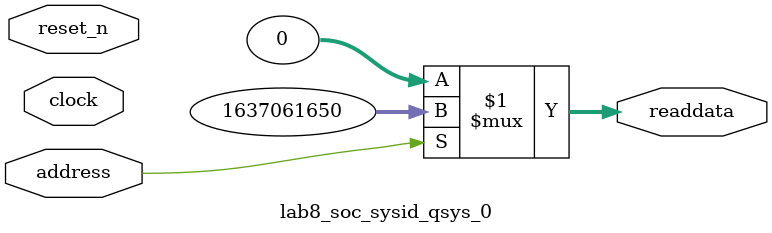
<source format=v>



// synthesis translate_off
`timescale 1ns / 1ps
// synthesis translate_on

// turn off superfluous verilog processor warnings 
// altera message_level Level1 
// altera message_off 10034 10035 10036 10037 10230 10240 10030 

module lab8_soc_sysid_qsys_0 (
               // inputs:
                address,
                clock,
                reset_n,

               // outputs:
                readdata
             )
;

  output  [ 31: 0] readdata;
  input            address;
  input            clock;
  input            reset_n;

  wire    [ 31: 0] readdata;
  //control_slave, which is an e_avalon_slave
  assign readdata = address ? 1637061650 : 0;

endmodule



</source>
